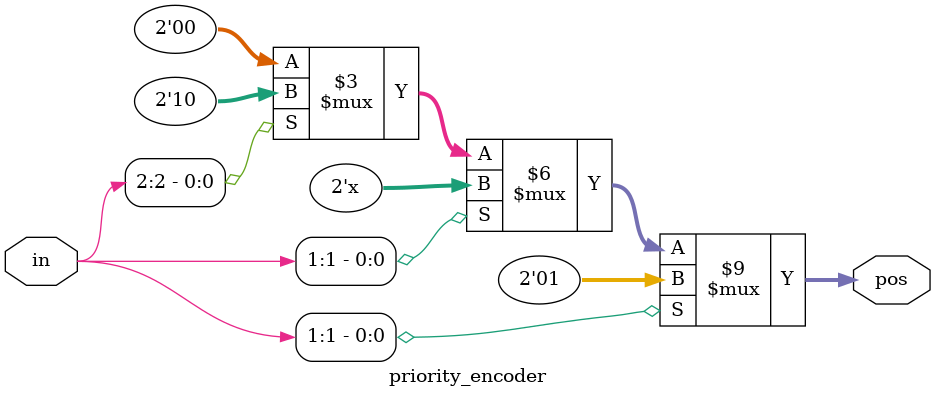
<source format=v>
module priority_encoder( 
input [2:0] in,
output reg [1:0] pos ); 
// When sel=1, assign b to out
always @(*) 
if(in[1]) 
pos = 2'b01; 
else if(in[2]) 
pos = 2'b10; 
else 
pos = 2'b00; 
endmodule

</source>
